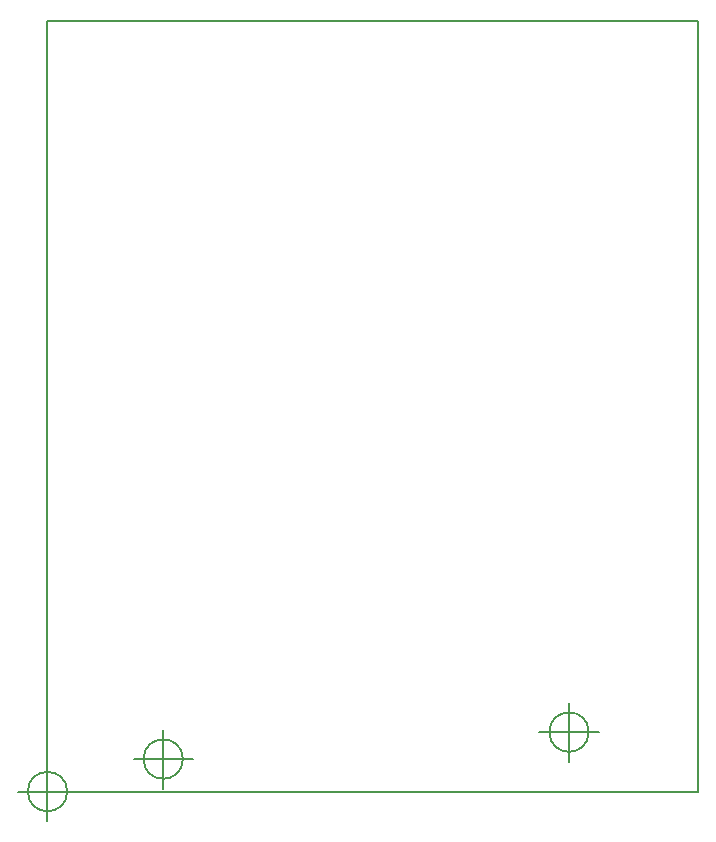
<source format=gbr>
G04 #@! TF.GenerationSoftware,KiCad,Pcbnew,5.1.5-52549c5~84~ubuntu18.04.1*
G04 #@! TF.CreationDate,2020-05-14T17:44:15+01:00*
G04 #@! TF.ProjectId,spikeling,7370696b-656c-4696-9e67-2e6b69636164,rev?*
G04 #@! TF.SameCoordinates,Original*
G04 #@! TF.FileFunction,Profile,NP*
%FSLAX46Y46*%
G04 Gerber Fmt 4.6, Leading zero omitted, Abs format (unit mm)*
G04 Created by KiCad (PCBNEW 5.1.5-52549c5~84~ubuntu18.04.1) date 2020-05-14 17:44:15*
%MOMM*%
%LPD*%
G04 APERTURE LIST*
%ADD10C,0.150000*%
G04 APERTURE END LIST*
D10*
X142166666Y-114000000D02*
G75*
G03X142166666Y-114000000I-1666666J0D01*
G01*
X138000000Y-114000000D02*
X143000000Y-114000000D01*
X140500000Y-111500000D02*
X140500000Y-116500000D01*
X151962666Y-111252000D02*
G75*
G03X151962666Y-111252000I-1666666J0D01*
G01*
X147796000Y-111252000D02*
X152796000Y-111252000D01*
X150296000Y-108752000D02*
X150296000Y-113752000D01*
X140500000Y-114000000D02*
X195500000Y-114000000D01*
X140500000Y-48768000D02*
X140500000Y-114000000D01*
X195580000Y-48768000D02*
X140500000Y-48768000D01*
X195580000Y-114000000D02*
X195580000Y-48768000D01*
X186324666Y-108966000D02*
G75*
G03X186324666Y-108966000I-1666666J0D01*
G01*
X182158000Y-108966000D02*
X187158000Y-108966000D01*
X184658000Y-106466000D02*
X184658000Y-111466000D01*
M02*

</source>
